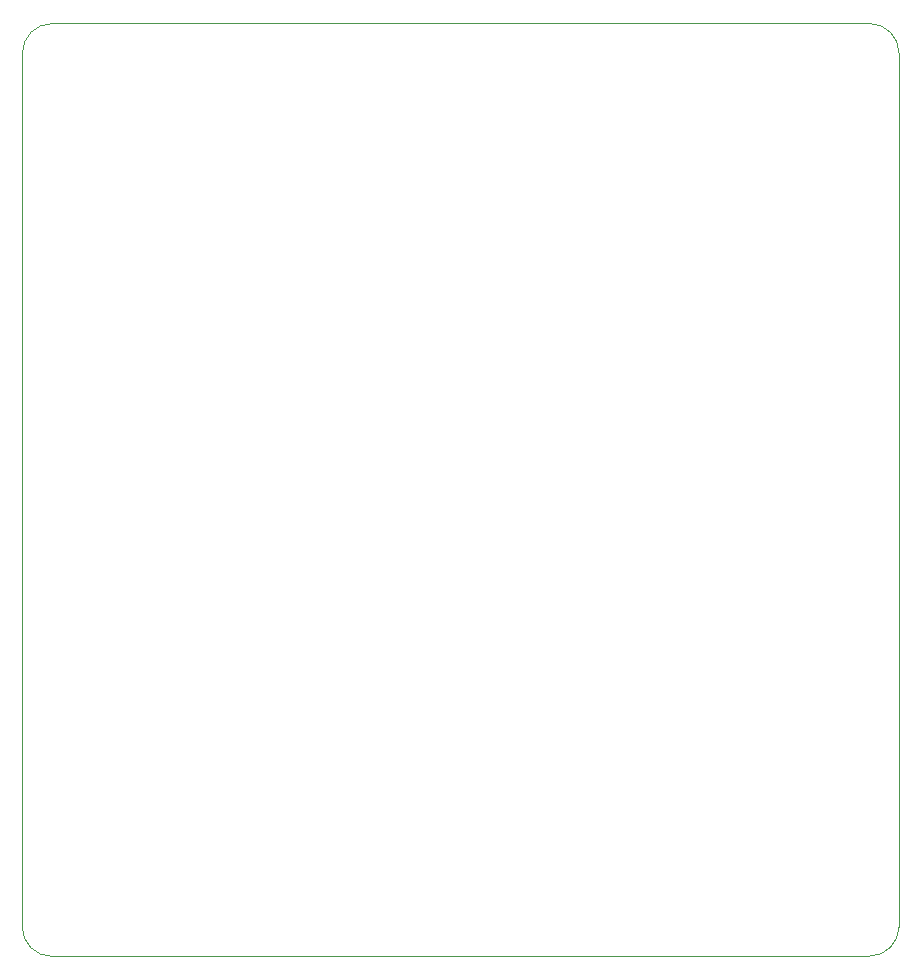
<source format=gm1>
%TF.GenerationSoftware,KiCad,Pcbnew,8.0.6*%
%TF.CreationDate,2025-01-14T21:11:08+01:00*%
%TF.ProjectId,kitchen_timer,6b697463-6865-46e5-9f74-696d65722e6b,1*%
%TF.SameCoordinates,Original*%
%TF.FileFunction,Profile,NP*%
%FSLAX46Y46*%
G04 Gerber Fmt 4.6, Leading zero omitted, Abs format (unit mm)*
G04 Created by KiCad (PCBNEW 8.0.6) date 2025-01-14 21:11:08*
%MOMM*%
%LPD*%
G01*
G04 APERTURE LIST*
%TA.AperFunction,Profile*%
%ADD10C,0.050000*%
%TD*%
G04 APERTURE END LIST*
D10*
X141232233Y-17017767D02*
G75*
G02*
X143732233Y-19517767I-33J-2500033D01*
G01*
X141232233Y-95982233D02*
X72000000Y-96000000D01*
X141232233Y-17017767D02*
X72017767Y-17017767D01*
X69517767Y-19517767D02*
X69500000Y-93500000D01*
X69517767Y-19517767D02*
G75*
G02*
X72017767Y-17017767I2500033J-33D01*
G01*
X72000000Y-96000000D02*
G75*
G02*
X69500000Y-93500000I0J2500000D01*
G01*
X143732233Y-93482233D02*
G75*
G02*
X141232233Y-95982233I-2500033J33D01*
G01*
X143732233Y-93482233D02*
X143732233Y-19517767D01*
M02*

</source>
